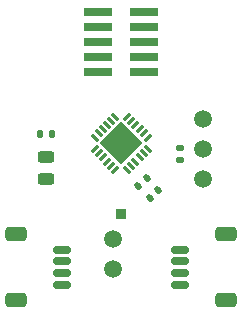
<source format=gbr>
%TF.GenerationSoftware,KiCad,Pcbnew,7.0.6*%
%TF.CreationDate,2023-08-09T20:57:22-04:00*%
%TF.ProjectId,miniclick,6d696e69-636c-4696-936b-2e6b69636164,rev?*%
%TF.SameCoordinates,Original*%
%TF.FileFunction,Soldermask,Bot*%
%TF.FilePolarity,Negative*%
%FSLAX46Y46*%
G04 Gerber Fmt 4.6, Leading zero omitted, Abs format (unit mm)*
G04 Created by KiCad (PCBNEW 7.0.6) date 2023-08-09 20:57:22*
%MOMM*%
%LPD*%
G01*
G04 APERTURE LIST*
G04 Aperture macros list*
%AMRoundRect*
0 Rectangle with rounded corners*
0 $1 Rounding radius*
0 $2 $3 $4 $5 $6 $7 $8 $9 X,Y pos of 4 corners*
0 Add a 4 corners polygon primitive as box body*
4,1,4,$2,$3,$4,$5,$6,$7,$8,$9,$2,$3,0*
0 Add four circle primitives for the rounded corners*
1,1,$1+$1,$2,$3*
1,1,$1+$1,$4,$5*
1,1,$1+$1,$6,$7*
1,1,$1+$1,$8,$9*
0 Add four rect primitives between the rounded corners*
20,1,$1+$1,$2,$3,$4,$5,0*
20,1,$1+$1,$4,$5,$6,$7,0*
20,1,$1+$1,$6,$7,$8,$9,0*
20,1,$1+$1,$8,$9,$2,$3,0*%
%AMRotRect*
0 Rectangle, with rotation*
0 The origin of the aperture is its center*
0 $1 length*
0 $2 width*
0 $3 Rotation angle, in degrees counterclockwise*
0 Add horizontal line*
21,1,$1,$2,0,0,$3*%
G04 Aperture macros list end*
%ADD10R,0.850000X0.850000*%
%ADD11RoundRect,0.150000X-0.625000X0.150000X-0.625000X-0.150000X0.625000X-0.150000X0.625000X0.150000X0*%
%ADD12RoundRect,0.250000X-0.650000X0.350000X-0.650000X-0.350000X0.650000X-0.350000X0.650000X0.350000X0*%
%ADD13C,1.500000*%
%ADD14RoundRect,0.135000X0.185000X-0.135000X0.185000X0.135000X-0.185000X0.135000X-0.185000X-0.135000X0*%
%ADD15R,2.400000X0.740000*%
%ADD16RoundRect,0.140000X0.021213X-0.219203X0.219203X-0.021213X-0.021213X0.219203X-0.219203X0.021213X0*%
%ADD17RoundRect,0.135000X0.135000X0.185000X-0.135000X0.185000X-0.135000X-0.185000X0.135000X-0.185000X0*%
%ADD18RoundRect,0.150000X0.625000X-0.150000X0.625000X0.150000X-0.625000X0.150000X-0.625000X-0.150000X0*%
%ADD19RoundRect,0.250000X0.650000X-0.350000X0.650000X0.350000X-0.650000X0.350000X-0.650000X-0.350000X0*%
%ADD20RoundRect,0.062500X-0.203293X-0.291682X0.291682X0.203293X0.203293X0.291682X-0.291682X-0.203293X0*%
%ADD21RoundRect,0.062500X0.203293X-0.291682X0.291682X-0.203293X-0.203293X0.291682X-0.291682X0.203293X0*%
%ADD22RotRect,2.600000X2.600000X45.000000*%
%ADD23RoundRect,0.243750X0.456250X-0.243750X0.456250X0.243750X-0.456250X0.243750X-0.456250X-0.243750X0*%
G04 APERTURE END LIST*
D10*
%TO.C,J4*%
X148000000Y-97000000D03*
%TD*%
D11*
%TO.C,J1*%
X153000000Y-100000000D03*
X153000000Y-101000000D03*
X153000000Y-102000000D03*
X153000000Y-103000000D03*
D12*
X156875000Y-98700000D03*
X156875000Y-104300000D03*
%TD*%
D13*
%TO.C,TP1*%
X154940000Y-88900000D03*
%TD*%
D14*
%TO.C,R2*%
X153000000Y-92410000D03*
X153000000Y-91390000D03*
%TD*%
D15*
%TO.C,J3*%
X149950000Y-79860000D03*
X146050000Y-79860000D03*
X149950000Y-81130000D03*
X146050000Y-81130000D03*
X149950000Y-82400000D03*
X146050000Y-82400000D03*
X149950000Y-83670000D03*
X146050000Y-83670000D03*
X149950000Y-84940000D03*
X146050000Y-84940000D03*
%TD*%
D16*
%TO.C,C3*%
X149460589Y-94639411D03*
X150139411Y-93960589D03*
%TD*%
D13*
%TO.C,TP2*%
X147320000Y-101600000D03*
%TD*%
%TO.C,TP5*%
X154940000Y-91440000D03*
%TD*%
D17*
%TO.C,R1*%
X142110000Y-90200000D03*
X141090000Y-90200000D03*
%TD*%
D18*
%TO.C,J2*%
X143000000Y-103000000D03*
X143000000Y-102000000D03*
X143000000Y-101000000D03*
X143000000Y-100000000D03*
D19*
X139125000Y-104300000D03*
X139125000Y-98700000D03*
%TD*%
D16*
%TO.C,C2*%
X150460589Y-95639411D03*
X151139411Y-94960589D03*
%TD*%
D13*
%TO.C,TP4*%
X154940000Y-93980000D03*
%TD*%
D20*
%TO.C,U1*%
X147513864Y-93253903D03*
X147160311Y-92900349D03*
X146806757Y-92546796D03*
X146453204Y-92193243D03*
X146099651Y-91839689D03*
X145746097Y-91486136D03*
D21*
X145746097Y-90513864D03*
X146099651Y-90160311D03*
X146453204Y-89806757D03*
X146806757Y-89453204D03*
X147160311Y-89099651D03*
X147513864Y-88746097D03*
D20*
X148486136Y-88746097D03*
X148839689Y-89099651D03*
X149193243Y-89453204D03*
X149546796Y-89806757D03*
X149900349Y-90160311D03*
X150253903Y-90513864D03*
D21*
X150253903Y-91486136D03*
X149900349Y-91839689D03*
X149546796Y-92193243D03*
X149193243Y-92546796D03*
X148839689Y-92900349D03*
X148486136Y-93253903D03*
D22*
X148000000Y-91000000D03*
%TD*%
D23*
%TO.C,D1*%
X141600000Y-94037500D03*
X141600000Y-92162500D03*
%TD*%
D13*
%TO.C,TP3*%
X147320000Y-99060000D03*
%TD*%
M02*

</source>
